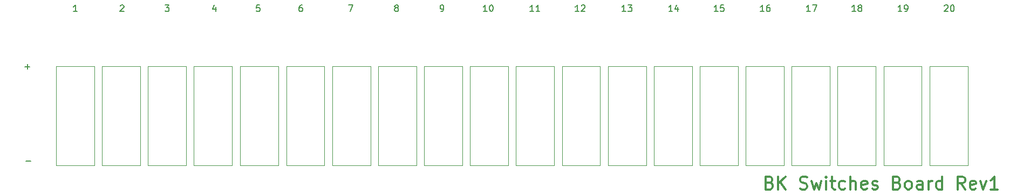
<source format=gbr>
%TF.GenerationSoftware,KiCad,Pcbnew,9.0.3*%
%TF.CreationDate,2025-07-15T09:49:43+03:00*%
%TF.ProjectId,switches_board,73776974-6368-4657-935f-626f6172642e,rev?*%
%TF.SameCoordinates,Original*%
%TF.FileFunction,Legend,Top*%
%TF.FilePolarity,Positive*%
%FSLAX46Y46*%
G04 Gerber Fmt 4.6, Leading zero omitted, Abs format (unit mm)*
G04 Created by KiCad (PCBNEW 9.0.3) date 2025-07-15 09:49:43*
%MOMM*%
%LPD*%
G01*
G04 APERTURE LIST*
%ADD10C,0.150000*%
%ADD11C,0.300000*%
%ADD12C,0.100000*%
G04 APERTURE END LIST*
D10*
X131260588Y-85044819D02*
X130689160Y-85044819D01*
X130974874Y-85044819D02*
X130974874Y-84044819D01*
X130974874Y-84044819D02*
X130879636Y-84187676D01*
X130879636Y-84187676D02*
X130784398Y-84282914D01*
X130784398Y-84282914D02*
X130689160Y-84330533D01*
X132212969Y-85044819D02*
X131641541Y-85044819D01*
X131927255Y-85044819D02*
X131927255Y-84044819D01*
X131927255Y-84044819D02*
X131832017Y-84187676D01*
X131832017Y-84187676D02*
X131736779Y-84282914D01*
X131736779Y-84282914D02*
X131641541Y-84330533D01*
X94915350Y-84069819D02*
X94724874Y-84069819D01*
X94724874Y-84069819D02*
X94629636Y-84117438D01*
X94629636Y-84117438D02*
X94582017Y-84165057D01*
X94582017Y-84165057D02*
X94486779Y-84307914D01*
X94486779Y-84307914D02*
X94439160Y-84498390D01*
X94439160Y-84498390D02*
X94439160Y-84879342D01*
X94439160Y-84879342D02*
X94486779Y-84974580D01*
X94486779Y-84974580D02*
X94534398Y-85022200D01*
X94534398Y-85022200D02*
X94629636Y-85069819D01*
X94629636Y-85069819D02*
X94820112Y-85069819D01*
X94820112Y-85069819D02*
X94915350Y-85022200D01*
X94915350Y-85022200D02*
X94962969Y-84974580D01*
X94962969Y-84974580D02*
X95010588Y-84879342D01*
X95010588Y-84879342D02*
X95010588Y-84641247D01*
X95010588Y-84641247D02*
X94962969Y-84546009D01*
X94962969Y-84546009D02*
X94915350Y-84498390D01*
X94915350Y-84498390D02*
X94820112Y-84450771D01*
X94820112Y-84450771D02*
X94629636Y-84450771D01*
X94629636Y-84450771D02*
X94534398Y-84498390D01*
X94534398Y-84498390D02*
X94486779Y-84546009D01*
X94486779Y-84546009D02*
X94439160Y-84641247D01*
X88262969Y-84069819D02*
X87786779Y-84069819D01*
X87786779Y-84069819D02*
X87739160Y-84546009D01*
X87739160Y-84546009D02*
X87786779Y-84498390D01*
X87786779Y-84498390D02*
X87882017Y-84450771D01*
X87882017Y-84450771D02*
X88120112Y-84450771D01*
X88120112Y-84450771D02*
X88215350Y-84498390D01*
X88215350Y-84498390D02*
X88262969Y-84546009D01*
X88262969Y-84546009D02*
X88310588Y-84641247D01*
X88310588Y-84641247D02*
X88310588Y-84879342D01*
X88310588Y-84879342D02*
X88262969Y-84974580D01*
X88262969Y-84974580D02*
X88215350Y-85022200D01*
X88215350Y-85022200D02*
X88120112Y-85069819D01*
X88120112Y-85069819D02*
X87882017Y-85069819D01*
X87882017Y-85069819D02*
X87786779Y-85022200D01*
X87786779Y-85022200D02*
X87739160Y-84974580D01*
X174660588Y-85069819D02*
X174089160Y-85069819D01*
X174374874Y-85069819D02*
X174374874Y-84069819D01*
X174374874Y-84069819D02*
X174279636Y-84212676D01*
X174279636Y-84212676D02*
X174184398Y-84307914D01*
X174184398Y-84307914D02*
X174089160Y-84355533D01*
X174993922Y-84069819D02*
X175660588Y-84069819D01*
X175660588Y-84069819D02*
X175232017Y-85069819D01*
X181785588Y-85069819D02*
X181214160Y-85069819D01*
X181499874Y-85069819D02*
X181499874Y-84069819D01*
X181499874Y-84069819D02*
X181404636Y-84212676D01*
X181404636Y-84212676D02*
X181309398Y-84307914D01*
X181309398Y-84307914D02*
X181214160Y-84355533D01*
X182357017Y-84498390D02*
X182261779Y-84450771D01*
X182261779Y-84450771D02*
X182214160Y-84403152D01*
X182214160Y-84403152D02*
X182166541Y-84307914D01*
X182166541Y-84307914D02*
X182166541Y-84260295D01*
X182166541Y-84260295D02*
X182214160Y-84165057D01*
X182214160Y-84165057D02*
X182261779Y-84117438D01*
X182261779Y-84117438D02*
X182357017Y-84069819D01*
X182357017Y-84069819D02*
X182547493Y-84069819D01*
X182547493Y-84069819D02*
X182642731Y-84117438D01*
X182642731Y-84117438D02*
X182690350Y-84165057D01*
X182690350Y-84165057D02*
X182737969Y-84260295D01*
X182737969Y-84260295D02*
X182737969Y-84307914D01*
X182737969Y-84307914D02*
X182690350Y-84403152D01*
X182690350Y-84403152D02*
X182642731Y-84450771D01*
X182642731Y-84450771D02*
X182547493Y-84498390D01*
X182547493Y-84498390D02*
X182357017Y-84498390D01*
X182357017Y-84498390D02*
X182261779Y-84546009D01*
X182261779Y-84546009D02*
X182214160Y-84593628D01*
X182214160Y-84593628D02*
X182166541Y-84688866D01*
X182166541Y-84688866D02*
X182166541Y-84879342D01*
X182166541Y-84879342D02*
X182214160Y-84974580D01*
X182214160Y-84974580D02*
X182261779Y-85022200D01*
X182261779Y-85022200D02*
X182357017Y-85069819D01*
X182357017Y-85069819D02*
X182547493Y-85069819D01*
X182547493Y-85069819D02*
X182642731Y-85022200D01*
X182642731Y-85022200D02*
X182690350Y-84974580D01*
X182690350Y-84974580D02*
X182737969Y-84879342D01*
X182737969Y-84879342D02*
X182737969Y-84688866D01*
X182737969Y-84688866D02*
X182690350Y-84593628D01*
X182690350Y-84593628D02*
X182642731Y-84546009D01*
X182642731Y-84546009D02*
X182547493Y-84498390D01*
X109629636Y-84498390D02*
X109534398Y-84450771D01*
X109534398Y-84450771D02*
X109486779Y-84403152D01*
X109486779Y-84403152D02*
X109439160Y-84307914D01*
X109439160Y-84307914D02*
X109439160Y-84260295D01*
X109439160Y-84260295D02*
X109486779Y-84165057D01*
X109486779Y-84165057D02*
X109534398Y-84117438D01*
X109534398Y-84117438D02*
X109629636Y-84069819D01*
X109629636Y-84069819D02*
X109820112Y-84069819D01*
X109820112Y-84069819D02*
X109915350Y-84117438D01*
X109915350Y-84117438D02*
X109962969Y-84165057D01*
X109962969Y-84165057D02*
X110010588Y-84260295D01*
X110010588Y-84260295D02*
X110010588Y-84307914D01*
X110010588Y-84307914D02*
X109962969Y-84403152D01*
X109962969Y-84403152D02*
X109915350Y-84450771D01*
X109915350Y-84450771D02*
X109820112Y-84498390D01*
X109820112Y-84498390D02*
X109629636Y-84498390D01*
X109629636Y-84498390D02*
X109534398Y-84546009D01*
X109534398Y-84546009D02*
X109486779Y-84593628D01*
X109486779Y-84593628D02*
X109439160Y-84688866D01*
X109439160Y-84688866D02*
X109439160Y-84879342D01*
X109439160Y-84879342D02*
X109486779Y-84974580D01*
X109486779Y-84974580D02*
X109534398Y-85022200D01*
X109534398Y-85022200D02*
X109629636Y-85069819D01*
X109629636Y-85069819D02*
X109820112Y-85069819D01*
X109820112Y-85069819D02*
X109915350Y-85022200D01*
X109915350Y-85022200D02*
X109962969Y-84974580D01*
X109962969Y-84974580D02*
X110010588Y-84879342D01*
X110010588Y-84879342D02*
X110010588Y-84688866D01*
X110010588Y-84688866D02*
X109962969Y-84593628D01*
X109962969Y-84593628D02*
X109915350Y-84546009D01*
X109915350Y-84546009D02*
X109820112Y-84498390D01*
X160185588Y-85069819D02*
X159614160Y-85069819D01*
X159899874Y-85069819D02*
X159899874Y-84069819D01*
X159899874Y-84069819D02*
X159804636Y-84212676D01*
X159804636Y-84212676D02*
X159709398Y-84307914D01*
X159709398Y-84307914D02*
X159614160Y-84355533D01*
X161090350Y-84069819D02*
X160614160Y-84069819D01*
X160614160Y-84069819D02*
X160566541Y-84546009D01*
X160566541Y-84546009D02*
X160614160Y-84498390D01*
X160614160Y-84498390D02*
X160709398Y-84450771D01*
X160709398Y-84450771D02*
X160947493Y-84450771D01*
X160947493Y-84450771D02*
X161042731Y-84498390D01*
X161042731Y-84498390D02*
X161090350Y-84546009D01*
X161090350Y-84546009D02*
X161137969Y-84641247D01*
X161137969Y-84641247D02*
X161137969Y-84879342D01*
X161137969Y-84879342D02*
X161090350Y-84974580D01*
X161090350Y-84974580D02*
X161042731Y-85022200D01*
X161042731Y-85022200D02*
X160947493Y-85069819D01*
X160947493Y-85069819D02*
X160709398Y-85069819D01*
X160709398Y-85069819D02*
X160614160Y-85022200D01*
X160614160Y-85022200D02*
X160566541Y-84974580D01*
X153035588Y-85069819D02*
X152464160Y-85069819D01*
X152749874Y-85069819D02*
X152749874Y-84069819D01*
X152749874Y-84069819D02*
X152654636Y-84212676D01*
X152654636Y-84212676D02*
X152559398Y-84307914D01*
X152559398Y-84307914D02*
X152464160Y-84355533D01*
X153892731Y-84403152D02*
X153892731Y-85069819D01*
X153654636Y-84022200D02*
X153416541Y-84736485D01*
X153416541Y-84736485D02*
X154035588Y-84736485D01*
X66389160Y-84165057D02*
X66436779Y-84117438D01*
X66436779Y-84117438D02*
X66532017Y-84069819D01*
X66532017Y-84069819D02*
X66770112Y-84069819D01*
X66770112Y-84069819D02*
X66865350Y-84117438D01*
X66865350Y-84117438D02*
X66912969Y-84165057D01*
X66912969Y-84165057D02*
X66960588Y-84260295D01*
X66960588Y-84260295D02*
X66960588Y-84355533D01*
X66960588Y-84355533D02*
X66912969Y-84498390D01*
X66912969Y-84498390D02*
X66341541Y-85069819D01*
X66341541Y-85069819D02*
X66960588Y-85069819D01*
X73416541Y-84069819D02*
X74035588Y-84069819D01*
X74035588Y-84069819D02*
X73702255Y-84450771D01*
X73702255Y-84450771D02*
X73845112Y-84450771D01*
X73845112Y-84450771D02*
X73940350Y-84498390D01*
X73940350Y-84498390D02*
X73987969Y-84546009D01*
X73987969Y-84546009D02*
X74035588Y-84641247D01*
X74035588Y-84641247D02*
X74035588Y-84879342D01*
X74035588Y-84879342D02*
X73987969Y-84974580D01*
X73987969Y-84974580D02*
X73940350Y-85022200D01*
X73940350Y-85022200D02*
X73845112Y-85069819D01*
X73845112Y-85069819D02*
X73559398Y-85069819D01*
X73559398Y-85069819D02*
X73464160Y-85022200D01*
X73464160Y-85022200D02*
X73416541Y-84974580D01*
X51409048Y-93733866D02*
X52170953Y-93733866D01*
X51790000Y-94114819D02*
X51790000Y-93352914D01*
X138360588Y-85069819D02*
X137789160Y-85069819D01*
X138074874Y-85069819D02*
X138074874Y-84069819D01*
X138074874Y-84069819D02*
X137979636Y-84212676D01*
X137979636Y-84212676D02*
X137884398Y-84307914D01*
X137884398Y-84307914D02*
X137789160Y-84355533D01*
X138741541Y-84165057D02*
X138789160Y-84117438D01*
X138789160Y-84117438D02*
X138884398Y-84069819D01*
X138884398Y-84069819D02*
X139122493Y-84069819D01*
X139122493Y-84069819D02*
X139217731Y-84117438D01*
X139217731Y-84117438D02*
X139265350Y-84165057D01*
X139265350Y-84165057D02*
X139312969Y-84260295D01*
X139312969Y-84260295D02*
X139312969Y-84355533D01*
X139312969Y-84355533D02*
X139265350Y-84498390D01*
X139265350Y-84498390D02*
X138693922Y-85069819D01*
X138693922Y-85069819D02*
X139312969Y-85069819D01*
D11*
X168290225Y-111992019D02*
X168575939Y-112087257D01*
X168575939Y-112087257D02*
X168671177Y-112182495D01*
X168671177Y-112182495D02*
X168766415Y-112372971D01*
X168766415Y-112372971D02*
X168766415Y-112658685D01*
X168766415Y-112658685D02*
X168671177Y-112849161D01*
X168671177Y-112849161D02*
X168575939Y-112944400D01*
X168575939Y-112944400D02*
X168385463Y-113039638D01*
X168385463Y-113039638D02*
X167623558Y-113039638D01*
X167623558Y-113039638D02*
X167623558Y-111039638D01*
X167623558Y-111039638D02*
X168290225Y-111039638D01*
X168290225Y-111039638D02*
X168480701Y-111134876D01*
X168480701Y-111134876D02*
X168575939Y-111230114D01*
X168575939Y-111230114D02*
X168671177Y-111420590D01*
X168671177Y-111420590D02*
X168671177Y-111611066D01*
X168671177Y-111611066D02*
X168575939Y-111801542D01*
X168575939Y-111801542D02*
X168480701Y-111896780D01*
X168480701Y-111896780D02*
X168290225Y-111992019D01*
X168290225Y-111992019D02*
X167623558Y-111992019D01*
X169623558Y-113039638D02*
X169623558Y-111039638D01*
X170766415Y-113039638D02*
X169909272Y-111896780D01*
X170766415Y-111039638D02*
X169623558Y-112182495D01*
X173052130Y-112944400D02*
X173337844Y-113039638D01*
X173337844Y-113039638D02*
X173814035Y-113039638D01*
X173814035Y-113039638D02*
X174004511Y-112944400D01*
X174004511Y-112944400D02*
X174099749Y-112849161D01*
X174099749Y-112849161D02*
X174194987Y-112658685D01*
X174194987Y-112658685D02*
X174194987Y-112468209D01*
X174194987Y-112468209D02*
X174099749Y-112277733D01*
X174099749Y-112277733D02*
X174004511Y-112182495D01*
X174004511Y-112182495D02*
X173814035Y-112087257D01*
X173814035Y-112087257D02*
X173433082Y-111992019D01*
X173433082Y-111992019D02*
X173242606Y-111896780D01*
X173242606Y-111896780D02*
X173147368Y-111801542D01*
X173147368Y-111801542D02*
X173052130Y-111611066D01*
X173052130Y-111611066D02*
X173052130Y-111420590D01*
X173052130Y-111420590D02*
X173147368Y-111230114D01*
X173147368Y-111230114D02*
X173242606Y-111134876D01*
X173242606Y-111134876D02*
X173433082Y-111039638D01*
X173433082Y-111039638D02*
X173909273Y-111039638D01*
X173909273Y-111039638D02*
X174194987Y-111134876D01*
X174861654Y-111706304D02*
X175242606Y-113039638D01*
X175242606Y-113039638D02*
X175623559Y-112087257D01*
X175623559Y-112087257D02*
X176004511Y-113039638D01*
X176004511Y-113039638D02*
X176385463Y-111706304D01*
X177147368Y-113039638D02*
X177147368Y-111706304D01*
X177147368Y-111039638D02*
X177052130Y-111134876D01*
X177052130Y-111134876D02*
X177147368Y-111230114D01*
X177147368Y-111230114D02*
X177242606Y-111134876D01*
X177242606Y-111134876D02*
X177147368Y-111039638D01*
X177147368Y-111039638D02*
X177147368Y-111230114D01*
X177814035Y-111706304D02*
X178575939Y-111706304D01*
X178099749Y-111039638D02*
X178099749Y-112753923D01*
X178099749Y-112753923D02*
X178194987Y-112944400D01*
X178194987Y-112944400D02*
X178385463Y-113039638D01*
X178385463Y-113039638D02*
X178575939Y-113039638D01*
X180099749Y-112944400D02*
X179909273Y-113039638D01*
X179909273Y-113039638D02*
X179528320Y-113039638D01*
X179528320Y-113039638D02*
X179337844Y-112944400D01*
X179337844Y-112944400D02*
X179242606Y-112849161D01*
X179242606Y-112849161D02*
X179147368Y-112658685D01*
X179147368Y-112658685D02*
X179147368Y-112087257D01*
X179147368Y-112087257D02*
X179242606Y-111896780D01*
X179242606Y-111896780D02*
X179337844Y-111801542D01*
X179337844Y-111801542D02*
X179528320Y-111706304D01*
X179528320Y-111706304D02*
X179909273Y-111706304D01*
X179909273Y-111706304D02*
X180099749Y-111801542D01*
X180956892Y-113039638D02*
X180956892Y-111039638D01*
X181814035Y-113039638D02*
X181814035Y-111992019D01*
X181814035Y-111992019D02*
X181718797Y-111801542D01*
X181718797Y-111801542D02*
X181528321Y-111706304D01*
X181528321Y-111706304D02*
X181242606Y-111706304D01*
X181242606Y-111706304D02*
X181052130Y-111801542D01*
X181052130Y-111801542D02*
X180956892Y-111896780D01*
X183528321Y-112944400D02*
X183337845Y-113039638D01*
X183337845Y-113039638D02*
X182956892Y-113039638D01*
X182956892Y-113039638D02*
X182766416Y-112944400D01*
X182766416Y-112944400D02*
X182671178Y-112753923D01*
X182671178Y-112753923D02*
X182671178Y-111992019D01*
X182671178Y-111992019D02*
X182766416Y-111801542D01*
X182766416Y-111801542D02*
X182956892Y-111706304D01*
X182956892Y-111706304D02*
X183337845Y-111706304D01*
X183337845Y-111706304D02*
X183528321Y-111801542D01*
X183528321Y-111801542D02*
X183623559Y-111992019D01*
X183623559Y-111992019D02*
X183623559Y-112182495D01*
X183623559Y-112182495D02*
X182671178Y-112372971D01*
X184385464Y-112944400D02*
X184575940Y-113039638D01*
X184575940Y-113039638D02*
X184956892Y-113039638D01*
X184956892Y-113039638D02*
X185147369Y-112944400D01*
X185147369Y-112944400D02*
X185242607Y-112753923D01*
X185242607Y-112753923D02*
X185242607Y-112658685D01*
X185242607Y-112658685D02*
X185147369Y-112468209D01*
X185147369Y-112468209D02*
X184956892Y-112372971D01*
X184956892Y-112372971D02*
X184671178Y-112372971D01*
X184671178Y-112372971D02*
X184480702Y-112277733D01*
X184480702Y-112277733D02*
X184385464Y-112087257D01*
X184385464Y-112087257D02*
X184385464Y-111992019D01*
X184385464Y-111992019D02*
X184480702Y-111801542D01*
X184480702Y-111801542D02*
X184671178Y-111706304D01*
X184671178Y-111706304D02*
X184956892Y-111706304D01*
X184956892Y-111706304D02*
X185147369Y-111801542D01*
X188290227Y-111992019D02*
X188575941Y-112087257D01*
X188575941Y-112087257D02*
X188671179Y-112182495D01*
X188671179Y-112182495D02*
X188766417Y-112372971D01*
X188766417Y-112372971D02*
X188766417Y-112658685D01*
X188766417Y-112658685D02*
X188671179Y-112849161D01*
X188671179Y-112849161D02*
X188575941Y-112944400D01*
X188575941Y-112944400D02*
X188385465Y-113039638D01*
X188385465Y-113039638D02*
X187623560Y-113039638D01*
X187623560Y-113039638D02*
X187623560Y-111039638D01*
X187623560Y-111039638D02*
X188290227Y-111039638D01*
X188290227Y-111039638D02*
X188480703Y-111134876D01*
X188480703Y-111134876D02*
X188575941Y-111230114D01*
X188575941Y-111230114D02*
X188671179Y-111420590D01*
X188671179Y-111420590D02*
X188671179Y-111611066D01*
X188671179Y-111611066D02*
X188575941Y-111801542D01*
X188575941Y-111801542D02*
X188480703Y-111896780D01*
X188480703Y-111896780D02*
X188290227Y-111992019D01*
X188290227Y-111992019D02*
X187623560Y-111992019D01*
X189909274Y-113039638D02*
X189718798Y-112944400D01*
X189718798Y-112944400D02*
X189623560Y-112849161D01*
X189623560Y-112849161D02*
X189528322Y-112658685D01*
X189528322Y-112658685D02*
X189528322Y-112087257D01*
X189528322Y-112087257D02*
X189623560Y-111896780D01*
X189623560Y-111896780D02*
X189718798Y-111801542D01*
X189718798Y-111801542D02*
X189909274Y-111706304D01*
X189909274Y-111706304D02*
X190194989Y-111706304D01*
X190194989Y-111706304D02*
X190385465Y-111801542D01*
X190385465Y-111801542D02*
X190480703Y-111896780D01*
X190480703Y-111896780D02*
X190575941Y-112087257D01*
X190575941Y-112087257D02*
X190575941Y-112658685D01*
X190575941Y-112658685D02*
X190480703Y-112849161D01*
X190480703Y-112849161D02*
X190385465Y-112944400D01*
X190385465Y-112944400D02*
X190194989Y-113039638D01*
X190194989Y-113039638D02*
X189909274Y-113039638D01*
X192290227Y-113039638D02*
X192290227Y-111992019D01*
X192290227Y-111992019D02*
X192194989Y-111801542D01*
X192194989Y-111801542D02*
X192004513Y-111706304D01*
X192004513Y-111706304D02*
X191623560Y-111706304D01*
X191623560Y-111706304D02*
X191433084Y-111801542D01*
X192290227Y-112944400D02*
X192099751Y-113039638D01*
X192099751Y-113039638D02*
X191623560Y-113039638D01*
X191623560Y-113039638D02*
X191433084Y-112944400D01*
X191433084Y-112944400D02*
X191337846Y-112753923D01*
X191337846Y-112753923D02*
X191337846Y-112563447D01*
X191337846Y-112563447D02*
X191433084Y-112372971D01*
X191433084Y-112372971D02*
X191623560Y-112277733D01*
X191623560Y-112277733D02*
X192099751Y-112277733D01*
X192099751Y-112277733D02*
X192290227Y-112182495D01*
X193242608Y-113039638D02*
X193242608Y-111706304D01*
X193242608Y-112087257D02*
X193337846Y-111896780D01*
X193337846Y-111896780D02*
X193433084Y-111801542D01*
X193433084Y-111801542D02*
X193623560Y-111706304D01*
X193623560Y-111706304D02*
X193814037Y-111706304D01*
X195337846Y-113039638D02*
X195337846Y-111039638D01*
X195337846Y-112944400D02*
X195147370Y-113039638D01*
X195147370Y-113039638D02*
X194766417Y-113039638D01*
X194766417Y-113039638D02*
X194575941Y-112944400D01*
X194575941Y-112944400D02*
X194480703Y-112849161D01*
X194480703Y-112849161D02*
X194385465Y-112658685D01*
X194385465Y-112658685D02*
X194385465Y-112087257D01*
X194385465Y-112087257D02*
X194480703Y-111896780D01*
X194480703Y-111896780D02*
X194575941Y-111801542D01*
X194575941Y-111801542D02*
X194766417Y-111706304D01*
X194766417Y-111706304D02*
X195147370Y-111706304D01*
X195147370Y-111706304D02*
X195337846Y-111801542D01*
X198956894Y-113039638D02*
X198290227Y-112087257D01*
X197814037Y-113039638D02*
X197814037Y-111039638D01*
X197814037Y-111039638D02*
X198575942Y-111039638D01*
X198575942Y-111039638D02*
X198766418Y-111134876D01*
X198766418Y-111134876D02*
X198861656Y-111230114D01*
X198861656Y-111230114D02*
X198956894Y-111420590D01*
X198956894Y-111420590D02*
X198956894Y-111706304D01*
X198956894Y-111706304D02*
X198861656Y-111896780D01*
X198861656Y-111896780D02*
X198766418Y-111992019D01*
X198766418Y-111992019D02*
X198575942Y-112087257D01*
X198575942Y-112087257D02*
X197814037Y-112087257D01*
X200575942Y-112944400D02*
X200385466Y-113039638D01*
X200385466Y-113039638D02*
X200004513Y-113039638D01*
X200004513Y-113039638D02*
X199814037Y-112944400D01*
X199814037Y-112944400D02*
X199718799Y-112753923D01*
X199718799Y-112753923D02*
X199718799Y-111992019D01*
X199718799Y-111992019D02*
X199814037Y-111801542D01*
X199814037Y-111801542D02*
X200004513Y-111706304D01*
X200004513Y-111706304D02*
X200385466Y-111706304D01*
X200385466Y-111706304D02*
X200575942Y-111801542D01*
X200575942Y-111801542D02*
X200671180Y-111992019D01*
X200671180Y-111992019D02*
X200671180Y-112182495D01*
X200671180Y-112182495D02*
X199718799Y-112372971D01*
X201337847Y-111706304D02*
X201814037Y-113039638D01*
X201814037Y-113039638D02*
X202290228Y-111706304D01*
X204099752Y-113039638D02*
X202956895Y-113039638D01*
X203528323Y-113039638D02*
X203528323Y-111039638D01*
X203528323Y-111039638D02*
X203337847Y-111325352D01*
X203337847Y-111325352D02*
X203147371Y-111515828D01*
X203147371Y-111515828D02*
X202956895Y-111611066D01*
D10*
X59610588Y-85069819D02*
X59039160Y-85069819D01*
X59324874Y-85069819D02*
X59324874Y-84069819D01*
X59324874Y-84069819D02*
X59229636Y-84212676D01*
X59229636Y-84212676D02*
X59134398Y-84307914D01*
X59134398Y-84307914D02*
X59039160Y-84355533D01*
X145710588Y-85069819D02*
X145139160Y-85069819D01*
X145424874Y-85069819D02*
X145424874Y-84069819D01*
X145424874Y-84069819D02*
X145329636Y-84212676D01*
X145329636Y-84212676D02*
X145234398Y-84307914D01*
X145234398Y-84307914D02*
X145139160Y-84355533D01*
X146043922Y-84069819D02*
X146662969Y-84069819D01*
X146662969Y-84069819D02*
X146329636Y-84450771D01*
X146329636Y-84450771D02*
X146472493Y-84450771D01*
X146472493Y-84450771D02*
X146567731Y-84498390D01*
X146567731Y-84498390D02*
X146615350Y-84546009D01*
X146615350Y-84546009D02*
X146662969Y-84641247D01*
X146662969Y-84641247D02*
X146662969Y-84879342D01*
X146662969Y-84879342D02*
X146615350Y-84974580D01*
X146615350Y-84974580D02*
X146567731Y-85022200D01*
X146567731Y-85022200D02*
X146472493Y-85069819D01*
X146472493Y-85069819D02*
X146186779Y-85069819D01*
X146186779Y-85069819D02*
X146091541Y-85022200D01*
X146091541Y-85022200D02*
X146043922Y-84974580D01*
X189010588Y-85069819D02*
X188439160Y-85069819D01*
X188724874Y-85069819D02*
X188724874Y-84069819D01*
X188724874Y-84069819D02*
X188629636Y-84212676D01*
X188629636Y-84212676D02*
X188534398Y-84307914D01*
X188534398Y-84307914D02*
X188439160Y-84355533D01*
X189486779Y-85069819D02*
X189677255Y-85069819D01*
X189677255Y-85069819D02*
X189772493Y-85022200D01*
X189772493Y-85022200D02*
X189820112Y-84974580D01*
X189820112Y-84974580D02*
X189915350Y-84831723D01*
X189915350Y-84831723D02*
X189962969Y-84641247D01*
X189962969Y-84641247D02*
X189962969Y-84260295D01*
X189962969Y-84260295D02*
X189915350Y-84165057D01*
X189915350Y-84165057D02*
X189867731Y-84117438D01*
X189867731Y-84117438D02*
X189772493Y-84069819D01*
X189772493Y-84069819D02*
X189582017Y-84069819D01*
X189582017Y-84069819D02*
X189486779Y-84117438D01*
X189486779Y-84117438D02*
X189439160Y-84165057D01*
X189439160Y-84165057D02*
X189391541Y-84260295D01*
X189391541Y-84260295D02*
X189391541Y-84498390D01*
X189391541Y-84498390D02*
X189439160Y-84593628D01*
X189439160Y-84593628D02*
X189486779Y-84641247D01*
X189486779Y-84641247D02*
X189582017Y-84688866D01*
X189582017Y-84688866D02*
X189772493Y-84688866D01*
X189772493Y-84688866D02*
X189867731Y-84641247D01*
X189867731Y-84641247D02*
X189915350Y-84593628D01*
X189915350Y-84593628D02*
X189962969Y-84498390D01*
X167410588Y-85069819D02*
X166839160Y-85069819D01*
X167124874Y-85069819D02*
X167124874Y-84069819D01*
X167124874Y-84069819D02*
X167029636Y-84212676D01*
X167029636Y-84212676D02*
X166934398Y-84307914D01*
X166934398Y-84307914D02*
X166839160Y-84355533D01*
X168267731Y-84069819D02*
X168077255Y-84069819D01*
X168077255Y-84069819D02*
X167982017Y-84117438D01*
X167982017Y-84117438D02*
X167934398Y-84165057D01*
X167934398Y-84165057D02*
X167839160Y-84307914D01*
X167839160Y-84307914D02*
X167791541Y-84498390D01*
X167791541Y-84498390D02*
X167791541Y-84879342D01*
X167791541Y-84879342D02*
X167839160Y-84974580D01*
X167839160Y-84974580D02*
X167886779Y-85022200D01*
X167886779Y-85022200D02*
X167982017Y-85069819D01*
X167982017Y-85069819D02*
X168172493Y-85069819D01*
X168172493Y-85069819D02*
X168267731Y-85022200D01*
X168267731Y-85022200D02*
X168315350Y-84974580D01*
X168315350Y-84974580D02*
X168362969Y-84879342D01*
X168362969Y-84879342D02*
X168362969Y-84641247D01*
X168362969Y-84641247D02*
X168315350Y-84546009D01*
X168315350Y-84546009D02*
X168267731Y-84498390D01*
X168267731Y-84498390D02*
X168172493Y-84450771D01*
X168172493Y-84450771D02*
X167982017Y-84450771D01*
X167982017Y-84450771D02*
X167886779Y-84498390D01*
X167886779Y-84498390D02*
X167839160Y-84546009D01*
X167839160Y-84546009D02*
X167791541Y-84641247D01*
X123935588Y-85044819D02*
X123364160Y-85044819D01*
X123649874Y-85044819D02*
X123649874Y-84044819D01*
X123649874Y-84044819D02*
X123554636Y-84187676D01*
X123554636Y-84187676D02*
X123459398Y-84282914D01*
X123459398Y-84282914D02*
X123364160Y-84330533D01*
X124554636Y-84044819D02*
X124649874Y-84044819D01*
X124649874Y-84044819D02*
X124745112Y-84092438D01*
X124745112Y-84092438D02*
X124792731Y-84140057D01*
X124792731Y-84140057D02*
X124840350Y-84235295D01*
X124840350Y-84235295D02*
X124887969Y-84425771D01*
X124887969Y-84425771D02*
X124887969Y-84663866D01*
X124887969Y-84663866D02*
X124840350Y-84854342D01*
X124840350Y-84854342D02*
X124792731Y-84949580D01*
X124792731Y-84949580D02*
X124745112Y-84997200D01*
X124745112Y-84997200D02*
X124649874Y-85044819D01*
X124649874Y-85044819D02*
X124554636Y-85044819D01*
X124554636Y-85044819D02*
X124459398Y-84997200D01*
X124459398Y-84997200D02*
X124411779Y-84949580D01*
X124411779Y-84949580D02*
X124364160Y-84854342D01*
X124364160Y-84854342D02*
X124316541Y-84663866D01*
X124316541Y-84663866D02*
X124316541Y-84425771D01*
X124316541Y-84425771D02*
X124364160Y-84235295D01*
X124364160Y-84235295D02*
X124411779Y-84140057D01*
X124411779Y-84140057D02*
X124459398Y-84092438D01*
X124459398Y-84092438D02*
X124554636Y-84044819D01*
X102191541Y-84069819D02*
X102858207Y-84069819D01*
X102858207Y-84069819D02*
X102429636Y-85069819D01*
X116659398Y-85069819D02*
X116849874Y-85069819D01*
X116849874Y-85069819D02*
X116945112Y-85022200D01*
X116945112Y-85022200D02*
X116992731Y-84974580D01*
X116992731Y-84974580D02*
X117087969Y-84831723D01*
X117087969Y-84831723D02*
X117135588Y-84641247D01*
X117135588Y-84641247D02*
X117135588Y-84260295D01*
X117135588Y-84260295D02*
X117087969Y-84165057D01*
X117087969Y-84165057D02*
X117040350Y-84117438D01*
X117040350Y-84117438D02*
X116945112Y-84069819D01*
X116945112Y-84069819D02*
X116754636Y-84069819D01*
X116754636Y-84069819D02*
X116659398Y-84117438D01*
X116659398Y-84117438D02*
X116611779Y-84165057D01*
X116611779Y-84165057D02*
X116564160Y-84260295D01*
X116564160Y-84260295D02*
X116564160Y-84498390D01*
X116564160Y-84498390D02*
X116611779Y-84593628D01*
X116611779Y-84593628D02*
X116659398Y-84641247D01*
X116659398Y-84641247D02*
X116754636Y-84688866D01*
X116754636Y-84688866D02*
X116945112Y-84688866D01*
X116945112Y-84688866D02*
X117040350Y-84641247D01*
X117040350Y-84641247D02*
X117087969Y-84593628D01*
X117087969Y-84593628D02*
X117135588Y-84498390D01*
X81340350Y-84403152D02*
X81340350Y-85069819D01*
X81102255Y-84022200D02*
X80864160Y-84736485D01*
X80864160Y-84736485D02*
X81483207Y-84736485D01*
X51599048Y-108603866D02*
X52360953Y-108603866D01*
X195714160Y-84165057D02*
X195761779Y-84117438D01*
X195761779Y-84117438D02*
X195857017Y-84069819D01*
X195857017Y-84069819D02*
X196095112Y-84069819D01*
X196095112Y-84069819D02*
X196190350Y-84117438D01*
X196190350Y-84117438D02*
X196237969Y-84165057D01*
X196237969Y-84165057D02*
X196285588Y-84260295D01*
X196285588Y-84260295D02*
X196285588Y-84355533D01*
X196285588Y-84355533D02*
X196237969Y-84498390D01*
X196237969Y-84498390D02*
X195666541Y-85069819D01*
X195666541Y-85069819D02*
X196285588Y-85069819D01*
X196904636Y-84069819D02*
X196999874Y-84069819D01*
X196999874Y-84069819D02*
X197095112Y-84117438D01*
X197095112Y-84117438D02*
X197142731Y-84165057D01*
X197142731Y-84165057D02*
X197190350Y-84260295D01*
X197190350Y-84260295D02*
X197237969Y-84450771D01*
X197237969Y-84450771D02*
X197237969Y-84688866D01*
X197237969Y-84688866D02*
X197190350Y-84879342D01*
X197190350Y-84879342D02*
X197142731Y-84974580D01*
X197142731Y-84974580D02*
X197095112Y-85022200D01*
X197095112Y-85022200D02*
X196999874Y-85069819D01*
X196999874Y-85069819D02*
X196904636Y-85069819D01*
X196904636Y-85069819D02*
X196809398Y-85022200D01*
X196809398Y-85022200D02*
X196761779Y-84974580D01*
X196761779Y-84974580D02*
X196714160Y-84879342D01*
X196714160Y-84879342D02*
X196666541Y-84688866D01*
X196666541Y-84688866D02*
X196666541Y-84450771D01*
X196666541Y-84450771D02*
X196714160Y-84260295D01*
X196714160Y-84260295D02*
X196761779Y-84165057D01*
X196761779Y-84165057D02*
X196809398Y-84117438D01*
X196809398Y-84117438D02*
X196904636Y-84069819D01*
%TO.C,SW5*%
D12*
X170530972Y-93690000D02*
X164530972Y-93690000D01*
X164530972Y-109290000D01*
X170530972Y-109290000D01*
X170530972Y-93690000D01*
%TO.C,SW6*%
X163321215Y-93690000D02*
X157321215Y-93690000D01*
X157321215Y-109290000D01*
X163321215Y-109290000D01*
X163321215Y-93690000D01*
%TO.C,SW12*%
X120062672Y-93690000D02*
X114062672Y-93690000D01*
X114062672Y-109290000D01*
X120062672Y-109290000D01*
X120062672Y-93690000D01*
%TO.C,SW14*%
X105643158Y-93690000D02*
X99643158Y-93690000D01*
X99643158Y-109290000D01*
X105643158Y-109290000D01*
X105643158Y-93690000D01*
%TO.C,SW16*%
X91223644Y-93690000D02*
X85223644Y-93690000D01*
X85223644Y-109290000D01*
X91223644Y-109290000D01*
X91223644Y-93690000D01*
%TO.C,SW1*%
X199370000Y-93690000D02*
X193370000Y-93690000D01*
X193370000Y-109290000D01*
X199370000Y-109290000D01*
X199370000Y-93690000D01*
%TO.C,SW4*%
X177740729Y-93690000D02*
X171740729Y-93690000D01*
X171740729Y-109290000D01*
X177740729Y-109290000D01*
X177740729Y-93690000D01*
%TO.C,SW8*%
X148901701Y-93690000D02*
X142901701Y-93690000D01*
X142901701Y-109290000D01*
X148901701Y-109290000D01*
X148901701Y-93690000D01*
%TO.C,SW2*%
X192160243Y-93690000D02*
X186160243Y-93690000D01*
X186160243Y-109290000D01*
X192160243Y-109290000D01*
X192160243Y-93690000D01*
%TO.C,SW10*%
X134482186Y-93690000D02*
X128482186Y-93690000D01*
X128482186Y-109290000D01*
X134482186Y-109290000D01*
X134482186Y-93690000D01*
%TO.C,SW11*%
X127272429Y-93690000D02*
X121272429Y-93690000D01*
X121272429Y-109290000D01*
X127272429Y-109290000D01*
X127272429Y-93690000D01*
%TO.C,SW3*%
X184950486Y-93690000D02*
X178950486Y-93690000D01*
X178950486Y-109290000D01*
X184950486Y-109290000D01*
X184950486Y-93690000D01*
%TO.C,SW13*%
X112852915Y-93690000D02*
X106852915Y-93690000D01*
X106852915Y-109290000D01*
X112852915Y-109290000D01*
X112852915Y-93690000D01*
%TO.C,SW7*%
X156111458Y-93690000D02*
X150111458Y-93690000D01*
X150111458Y-109290000D01*
X156111458Y-109290000D01*
X156111458Y-93690000D01*
%TO.C,SW19*%
X69530000Y-93680000D02*
X63530000Y-93680000D01*
X63530000Y-109280000D01*
X69530000Y-109280000D01*
X69530000Y-93680000D01*
%TO.C,SW18*%
X76740000Y-93680000D02*
X70740000Y-93680000D01*
X70740000Y-109280000D01*
X76740000Y-109280000D01*
X76740000Y-93680000D01*
%TO.C,SW15*%
X98433401Y-93690000D02*
X92433401Y-93690000D01*
X92433401Y-109290000D01*
X98433401Y-109290000D01*
X98433401Y-93690000D01*
%TO.C,SW17*%
X83930000Y-93680000D02*
X77930000Y-93680000D01*
X77930000Y-109280000D01*
X83930000Y-109280000D01*
X83930000Y-93680000D01*
%TO.C,SW20*%
X62320000Y-93680000D02*
X56320000Y-93680000D01*
X56320000Y-109280000D01*
X62320000Y-109280000D01*
X62320000Y-93680000D01*
%TO.C,SW9*%
X141691943Y-93690000D02*
X135691943Y-93690000D01*
X135691943Y-109290000D01*
X141691943Y-109290000D01*
X141691943Y-93690000D01*
%TD*%
M02*

</source>
